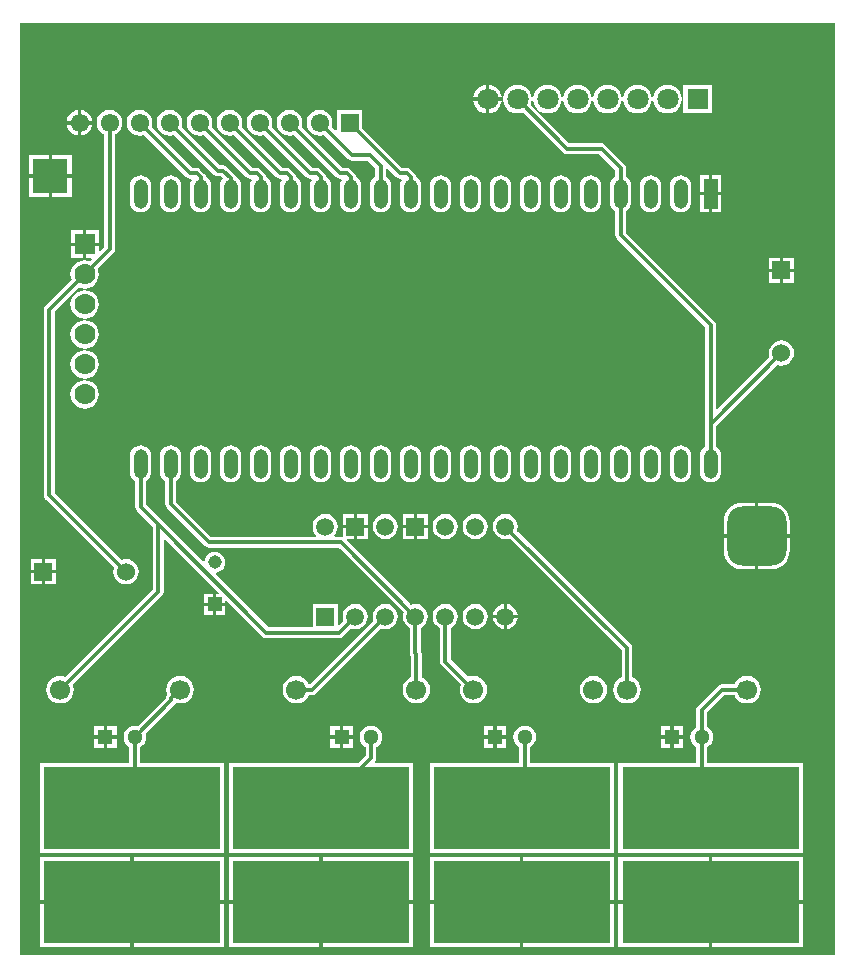
<source format=gtl>
G04 Layer_Physical_Order=1*
G04 Layer_Color=25308*
%FSLAX25Y25*%
%MOIN*%
G70*
G01*
G75*
%ADD10R,0.59055X0.27559*%
%ADD11C,0.01181*%
%ADD12R,0.11811X0.11811*%
G04:AMPARAMS|DCode=13|XSize=196.85mil|YSize=196.85mil|CornerRadius=49.21mil|HoleSize=0mil|Usage=FLASHONLY|Rotation=0.000|XOffset=0mil|YOffset=0mil|HoleType=Round|Shape=RoundedRectangle|*
%AMROUNDEDRECTD13*
21,1,0.19685,0.09843,0,0,0.0*
21,1,0.09843,0.19685,0,0,0.0*
1,1,0.09843,0.04921,-0.04921*
1,1,0.09843,-0.04921,-0.04921*
1,1,0.09843,-0.04921,0.04921*
1,1,0.09843,0.04921,0.04921*
%
%ADD13ROUNDEDRECTD13*%
%ADD14C,0.05118*%
%ADD15R,0.05118X0.05118*%
%ADD16C,0.07000*%
%ADD17R,0.07000X0.07000*%
%ADD18C,0.06693*%
%ADD19R,0.07087X0.07087*%
%ADD20C,0.07087*%
%ADD21C,0.06102*%
%ADD22R,0.06102X0.06102*%
%ADD23C,0.06000*%
%ADD24R,0.06000X0.06000*%
%ADD25R,0.04724X0.09843*%
%ADD26O,0.04724X0.09843*%
%ADD27R,0.05906X0.05906*%
%ADD28C,0.05906*%
%ADD29C,0.04500*%
%ADD30R,0.04500X0.04500*%
%ADD31R,0.06000X0.06000*%
G36*
X332932Y61263D02*
X61263D01*
Y371808D01*
X332932D01*
Y61263D01*
D02*
G37*
%LPC*%
G36*
X222323Y173386D02*
X218822D01*
X218886Y172897D01*
X219303Y171892D01*
X219965Y171028D01*
X220829Y170366D01*
X221834Y169949D01*
X222323Y169885D01*
Y173386D01*
D02*
G37*
G36*
X227005D02*
X223504D01*
Y169885D01*
X223992Y169949D01*
X224998Y170366D01*
X225862Y171028D01*
X226524Y171892D01*
X226941Y172897D01*
X227005Y173386D01*
D02*
G37*
G36*
X182913Y178146D02*
X181834Y178004D01*
X180829Y177587D01*
X179965Y176925D01*
X179303Y176061D01*
X178886Y175056D01*
X178744Y173976D01*
X178886Y172897D01*
X179001Y172619D01*
X157843Y151460D01*
X157338Y151516D01*
X157183Y151890D01*
X156457Y152836D01*
X155511Y153561D01*
X154410Y154017D01*
X153228Y154173D01*
X152046Y154017D01*
X150945Y153561D01*
X149999Y152836D01*
X149273Y151890D01*
X148817Y150788D01*
X148662Y149606D01*
X148817Y148424D01*
X149273Y147323D01*
X149999Y146377D01*
X150945Y145652D01*
X152046Y145195D01*
X153228Y145040D01*
X154410Y145195D01*
X155511Y145652D01*
X156457Y146377D01*
X157183Y147323D01*
X157381Y147800D01*
X158543D01*
X159235Y147938D01*
X159821Y148329D01*
X181556Y170064D01*
X181834Y169949D01*
X182913Y169807D01*
X183993Y169949D01*
X184998Y170366D01*
X185862Y171028D01*
X186524Y171892D01*
X186941Y172897D01*
X187083Y173976D01*
X186941Y175056D01*
X186524Y176061D01*
X185862Y176925D01*
X184998Y177587D01*
X183993Y178004D01*
X182913Y178146D01*
D02*
G37*
G36*
X212913D02*
X211834Y178004D01*
X210829Y177587D01*
X209965Y176925D01*
X209302Y176061D01*
X208886Y175056D01*
X208744Y173976D01*
X208886Y172897D01*
X209302Y171892D01*
X209965Y171028D01*
X210829Y170366D01*
X211834Y169949D01*
X212913Y169807D01*
X213993Y169949D01*
X214998Y170366D01*
X215862Y171028D01*
X216524Y171892D01*
X216941Y172897D01*
X217083Y173976D01*
X216941Y175056D01*
X216524Y176061D01*
X215862Y176925D01*
X214998Y177587D01*
X213993Y178004D01*
X212913Y178146D01*
D02*
G37*
G36*
X125394Y177449D02*
X122553D01*
Y174608D01*
X125394D01*
Y177449D01*
D02*
G37*
G36*
X129415D02*
X126575D01*
Y174608D01*
X129415D01*
Y177449D01*
D02*
G37*
G36*
X222323Y178068D02*
X221834Y178004D01*
X220829Y177587D01*
X219965Y176925D01*
X219303Y176061D01*
X218886Y175056D01*
X218822Y174567D01*
X222323D01*
Y178068D01*
D02*
G37*
G36*
X223504D02*
Y174567D01*
X227005D01*
X226941Y175056D01*
X226524Y176061D01*
X225862Y176925D01*
X224998Y177587D01*
X223992Y178004D01*
X223504Y178068D01*
D02*
G37*
G36*
X303465Y154173D02*
X302283Y154017D01*
X301181Y153561D01*
X300236Y152835D01*
X299510Y151890D01*
X299312Y151413D01*
X295000D01*
X294309Y151275D01*
X293723Y150883D01*
X287108Y144269D01*
X286717Y143683D01*
X286579Y142992D01*
Y137158D01*
X286500Y137125D01*
X285718Y136526D01*
X285119Y135744D01*
X284742Y134835D01*
X284613Y133858D01*
X284742Y132882D01*
X285119Y131972D01*
X285718Y131191D01*
X286500Y130591D01*
X286579Y130558D01*
Y125197D01*
X260630D01*
Y95276D01*
X322047D01*
Y125197D01*
X290192D01*
Y130558D01*
X290272Y130591D01*
X291053Y131191D01*
X291653Y131972D01*
X292030Y132882D01*
X292158Y133858D01*
X292030Y134835D01*
X291653Y135744D01*
X291053Y136526D01*
X290272Y137125D01*
X290192Y137158D01*
Y142244D01*
X295748Y147800D01*
X299312D01*
X299510Y147323D01*
X300236Y146377D01*
X301181Y145651D01*
X302283Y145195D01*
X303465Y145040D01*
X304646Y145195D01*
X305748Y145651D01*
X306694Y146377D01*
X307419Y147323D01*
X307876Y148424D01*
X308031Y149606D01*
X307876Y150788D01*
X307419Y151890D01*
X306694Y152835D01*
X305748Y153561D01*
X304646Y154017D01*
X303465Y154173D01*
D02*
G37*
G36*
X114488Y154173D02*
X113306Y154017D01*
X112205Y153561D01*
X111259Y152836D01*
X110533Y151890D01*
X110077Y150788D01*
X109922Y149606D01*
X110077Y148424D01*
X110281Y147933D01*
X109931Y147409D01*
X109813Y146816D01*
X100466Y137469D01*
X100386Y137502D01*
X99410Y137631D01*
X98433Y137502D01*
X97523Y137125D01*
X96742Y136526D01*
X96143Y135744D01*
X95766Y134835D01*
X95637Y133858D01*
X95766Y132882D01*
X96143Y131972D01*
X96742Y131191D01*
X97523Y130591D01*
X97603Y130558D01*
Y125197D01*
X67716D01*
Y95276D01*
X129134D01*
Y125197D01*
X101216D01*
Y130558D01*
X101296Y130591D01*
X102077Y131191D01*
X102677Y131972D01*
X103053Y132882D01*
X103182Y133858D01*
X103053Y134835D01*
X103020Y134914D01*
X112877Y144771D01*
X113192Y145243D01*
X113306Y145195D01*
X114488Y145040D01*
X115670Y145195D01*
X116771Y145652D01*
X117717Y146377D01*
X118443Y147323D01*
X118899Y148424D01*
X119055Y149606D01*
X118899Y150788D01*
X118443Y151890D01*
X117717Y152836D01*
X116771Y153561D01*
X115670Y154017D01*
X114488Y154173D01*
D02*
G37*
G36*
X282284Y137598D02*
X279134D01*
Y134449D01*
X282284D01*
Y137598D01*
D02*
G37*
G36*
X222913Y208146D02*
X221834Y208004D01*
X220829Y207587D01*
X219965Y206925D01*
X219303Y206061D01*
X218886Y205055D01*
X218744Y203976D01*
X218886Y202897D01*
X219303Y201892D01*
X219965Y201028D01*
X220829Y200365D01*
X221834Y199949D01*
X222913Y199807D01*
X223992Y199949D01*
X224271Y200064D01*
X261658Y162677D01*
Y153759D01*
X261181Y153561D01*
X260236Y152835D01*
X259510Y151890D01*
X259054Y150788D01*
X258898Y149606D01*
X259054Y148424D01*
X259510Y147323D01*
X260236Y146377D01*
X261181Y145651D01*
X262283Y145195D01*
X263465Y145040D01*
X264647Y145195D01*
X265748Y145651D01*
X266694Y146377D01*
X267419Y147323D01*
X267876Y148424D01*
X268031Y149606D01*
X267876Y150788D01*
X267419Y151890D01*
X266694Y152835D01*
X265748Y153561D01*
X265271Y153759D01*
Y163425D01*
X265134Y164117D01*
X264742Y164702D01*
X226825Y202619D01*
X226941Y202897D01*
X227083Y203976D01*
X226941Y205055D01*
X226524Y206061D01*
X225862Y206925D01*
X224998Y207587D01*
X223992Y208004D01*
X222913Y208146D01*
D02*
G37*
G36*
X252283Y154173D02*
X251101Y154017D01*
X250000Y153561D01*
X249054Y152836D01*
X248329Y151890D01*
X247872Y150788D01*
X247717Y149606D01*
X247872Y148424D01*
X248329Y147323D01*
X249054Y146377D01*
X250000Y145652D01*
X251101Y145195D01*
X252283Y145040D01*
X253465Y145195D01*
X254567Y145652D01*
X255512Y146377D01*
X256238Y147323D01*
X256694Y148424D01*
X256850Y149606D01*
X256694Y150788D01*
X256238Y151890D01*
X255512Y152836D01*
X254567Y153561D01*
X253465Y154017D01*
X252283Y154173D01*
D02*
G37*
G36*
X101339Y231094D02*
X100414Y230972D01*
X99552Y230615D01*
X98812Y230047D01*
X98243Y229307D01*
X97887Y228445D01*
X97765Y227520D01*
Y222401D01*
X97887Y221477D01*
X98243Y220615D01*
X98812Y219874D01*
X99532Y219321D01*
Y210561D01*
X99670Y209870D01*
X100061Y209284D01*
X105369Y203976D01*
Y183042D01*
X76147Y153820D01*
X75670Y154017D01*
X74488Y154173D01*
X73306Y154017D01*
X72205Y153561D01*
X71259Y152836D01*
X70533Y151890D01*
X70077Y150788D01*
X69922Y149606D01*
X70077Y148424D01*
X70533Y147323D01*
X71259Y146377D01*
X72205Y145652D01*
X73306Y145195D01*
X74488Y145040D01*
X75670Y145195D01*
X76771Y145652D01*
X77717Y146377D01*
X78443Y147323D01*
X78899Y148424D01*
X79055Y149606D01*
X78899Y150788D01*
X78702Y151265D01*
X108453Y181017D01*
X108844Y181603D01*
X108982Y182294D01*
Y199710D01*
X109444Y199901D01*
X127413Y181932D01*
X127222Y181471D01*
X126575D01*
Y178630D01*
X129415D01*
Y179277D01*
X129877Y179468D01*
X142023Y167323D01*
X142609Y166931D01*
X143300Y166794D01*
X167537D01*
X168228Y166931D01*
X168814Y167323D01*
X171556Y170064D01*
X171834Y169949D01*
X172913Y169807D01*
X173993Y169949D01*
X174998Y170366D01*
X175862Y171028D01*
X176524Y171892D01*
X176941Y172897D01*
X177083Y173976D01*
X176941Y175056D01*
X176524Y176061D01*
X175862Y176925D01*
X174998Y177587D01*
X173993Y178004D01*
X172913Y178146D01*
X171834Y178004D01*
X170829Y177587D01*
X169965Y176925D01*
X169302Y176061D01*
X168886Y175056D01*
X168744Y173976D01*
X168886Y172897D01*
X169001Y172619D01*
X167509Y171127D01*
X167047Y171318D01*
Y178110D01*
X158780D01*
Y170406D01*
X144048D01*
X126334Y188120D01*
X126513Y188648D01*
X126880Y188697D01*
X127715Y189042D01*
X128431Y189592D01*
X128981Y190309D01*
X129327Y191144D01*
X129445Y192039D01*
X129327Y192935D01*
X128981Y193770D01*
X128431Y194486D01*
X127715Y195036D01*
X126880Y195382D01*
X125984Y195500D01*
X125089Y195382D01*
X124254Y195036D01*
X123537Y194486D01*
X122987Y193770D01*
X122641Y192935D01*
X122593Y192569D01*
X122065Y192389D01*
X108453Y206002D01*
X103145Y211310D01*
Y219321D01*
X103866Y219874D01*
X104434Y220615D01*
X104791Y221477D01*
X104912Y222401D01*
Y227520D01*
X104791Y228445D01*
X104434Y229307D01*
X103866Y230047D01*
X103126Y230615D01*
X102264Y230972D01*
X101339Y231094D01*
D02*
G37*
G36*
X111339D02*
X110414Y230972D01*
X109552Y230615D01*
X108811Y230047D01*
X108244Y229307D01*
X107887Y228445D01*
X107765Y227520D01*
Y222401D01*
X107887Y221477D01*
X108244Y220615D01*
X108811Y219874D01*
X109532Y219321D01*
Y211496D01*
X109670Y210805D01*
X110061Y210219D01*
X122768Y197512D01*
X123354Y197121D01*
X124045Y196983D01*
X167352D01*
X189001Y175334D01*
X188886Y175056D01*
X188744Y173976D01*
X188886Y172897D01*
X189303Y171892D01*
X189965Y171028D01*
X190829Y170366D01*
X191107Y170250D01*
Y161915D01*
X191244Y161223D01*
X191422Y160958D01*
Y153759D01*
X190945Y153561D01*
X189999Y152836D01*
X189273Y151890D01*
X188817Y150788D01*
X188662Y149606D01*
X188817Y148424D01*
X189273Y147323D01*
X189999Y146377D01*
X190945Y145652D01*
X192046Y145195D01*
X193228Y145040D01*
X194410Y145195D01*
X195511Y145652D01*
X196457Y146377D01*
X197183Y147323D01*
X197639Y148424D01*
X197795Y149606D01*
X197639Y150788D01*
X197183Y151890D01*
X196457Y152836D01*
X195511Y153561D01*
X195035Y153759D01*
Y161600D01*
X194897Y162291D01*
X194720Y162557D01*
Y170250D01*
X194998Y170366D01*
X195862Y171028D01*
X196524Y171892D01*
X196941Y172897D01*
X197083Y173976D01*
X196941Y175056D01*
X196524Y176061D01*
X195862Y176925D01*
X194998Y177587D01*
X193993Y178004D01*
X192913Y178146D01*
X191834Y178004D01*
X191556Y177889D01*
X170064Y199381D01*
X170255Y199843D01*
X172323D01*
Y203386D01*
X168780D01*
Y200855D01*
X168393Y200538D01*
X168100Y200596D01*
X166037D01*
X165914Y201096D01*
X166524Y201892D01*
X166941Y202897D01*
X167083Y203976D01*
X166941Y205055D01*
X166524Y206061D01*
X165862Y206925D01*
X164998Y207587D01*
X163993Y208004D01*
X162913Y208146D01*
X161834Y208004D01*
X160829Y207587D01*
X159965Y206925D01*
X159302Y206061D01*
X158886Y205055D01*
X158744Y203976D01*
X158886Y202897D01*
X159302Y201892D01*
X159913Y201096D01*
X159789Y200596D01*
X124793D01*
X113145Y212244D01*
Y219321D01*
X113866Y219874D01*
X114434Y220615D01*
X114791Y221477D01*
X114912Y222401D01*
Y227520D01*
X114791Y228445D01*
X114434Y229307D01*
X113866Y230047D01*
X113126Y230615D01*
X112264Y230972D01*
X111339Y231094D01*
D02*
G37*
G36*
X202913Y178146D02*
X201834Y178004D01*
X200829Y177587D01*
X199965Y176925D01*
X199302Y176061D01*
X198886Y175056D01*
X198744Y173976D01*
X198886Y172897D01*
X199302Y171892D01*
X199965Y171028D01*
X200829Y170366D01*
X201107Y170250D01*
Y158976D01*
X201244Y158285D01*
X201636Y157699D01*
X208070Y151265D01*
X207872Y150788D01*
X207717Y149606D01*
X207872Y148424D01*
X208329Y147323D01*
X209054Y146377D01*
X210000Y145652D01*
X211102Y145195D01*
X212283Y145040D01*
X213465Y145195D01*
X214567Y145652D01*
X215512Y146377D01*
X216238Y147323D01*
X216694Y148424D01*
X216850Y149606D01*
X216694Y150788D01*
X216238Y151890D01*
X215512Y152836D01*
X214567Y153561D01*
X213465Y154017D01*
X212283Y154173D01*
X211102Y154017D01*
X210625Y153820D01*
X204720Y159725D01*
Y170250D01*
X204998Y170366D01*
X205862Y171028D01*
X206524Y171892D01*
X206941Y172897D01*
X207083Y173976D01*
X206941Y175056D01*
X206524Y176061D01*
X205862Y176925D01*
X204998Y177587D01*
X203993Y178004D01*
X202913Y178146D01*
D02*
G37*
G36*
X177047Y203386D02*
X173504D01*
Y199843D01*
X177047D01*
Y203386D01*
D02*
G37*
G36*
X192323D02*
X188779D01*
Y199843D01*
X192323D01*
Y203386D01*
D02*
G37*
G36*
X202913Y208146D02*
X201834Y208004D01*
X200829Y207587D01*
X199965Y206925D01*
X199302Y206061D01*
X198886Y205055D01*
X198744Y203976D01*
X198886Y202897D01*
X199302Y201892D01*
X199965Y201028D01*
X200829Y200365D01*
X201834Y199949D01*
X202913Y199807D01*
X203993Y199949D01*
X204998Y200365D01*
X205862Y201028D01*
X206524Y201892D01*
X206941Y202897D01*
X207083Y203976D01*
X206941Y205055D01*
X206524Y206061D01*
X205862Y206925D01*
X204998Y207587D01*
X203993Y208004D01*
X202913Y208146D01*
D02*
G37*
G36*
X212913D02*
X211834Y208004D01*
X210829Y207587D01*
X209965Y206925D01*
X209302Y206061D01*
X208886Y205055D01*
X208744Y203976D01*
X208886Y202897D01*
X209302Y201892D01*
X209965Y201028D01*
X210829Y200365D01*
X211834Y199949D01*
X212913Y199807D01*
X213993Y199949D01*
X214998Y200365D01*
X215862Y201028D01*
X216524Y201892D01*
X216941Y202897D01*
X217083Y203976D01*
X216941Y205055D01*
X216524Y206061D01*
X215862Y206925D01*
X214998Y207587D01*
X213993Y208004D01*
X212913Y208146D01*
D02*
G37*
G36*
X311614Y211841D02*
X307283D01*
Y201378D01*
X317746D01*
Y205709D01*
X317628Y206905D01*
X317279Y208055D01*
X316713Y209115D01*
X315950Y210045D01*
X315021Y210807D01*
X313961Y211374D01*
X312810Y211723D01*
X311614Y211841D01*
D02*
G37*
G36*
X172323Y208110D02*
X168780D01*
Y204567D01*
X172323D01*
Y208110D01*
D02*
G37*
G36*
X197047Y203386D02*
X193504D01*
Y199843D01*
X197047D01*
Y203386D01*
D02*
G37*
G36*
X306102Y211841D02*
X301772D01*
X300575Y211723D01*
X299425Y211374D01*
X298365Y210807D01*
X297436Y210045D01*
X296673Y209115D01*
X296107Y208055D01*
X295758Y206905D01*
X295640Y205709D01*
Y201378D01*
X306102D01*
Y211841D01*
D02*
G37*
G36*
X73079Y188386D02*
X69488D01*
Y184795D01*
X73079D01*
Y188386D01*
D02*
G37*
G36*
X68307Y193157D02*
X64717D01*
Y189567D01*
X68307D01*
Y193157D01*
D02*
G37*
G36*
X125394Y181471D02*
X122553D01*
Y178630D01*
X125394D01*
Y181471D01*
D02*
G37*
G36*
X68307Y188386D02*
X64717D01*
Y184795D01*
X68307D01*
Y188386D01*
D02*
G37*
G36*
X317746Y200197D02*
X307283D01*
Y189734D01*
X311614D01*
X312810Y189852D01*
X313961Y190201D01*
X315021Y190768D01*
X315950Y191530D01*
X316713Y192459D01*
X317279Y193520D01*
X317628Y194670D01*
X317746Y195866D01*
Y200197D01*
D02*
G37*
G36*
X182913Y208146D02*
X181834Y208004D01*
X180829Y207587D01*
X179965Y206925D01*
X179303Y206061D01*
X178886Y205055D01*
X178744Y203976D01*
X178886Y202897D01*
X179303Y201892D01*
X179965Y201028D01*
X180829Y200365D01*
X181834Y199949D01*
X182913Y199807D01*
X183993Y199949D01*
X184998Y200365D01*
X185862Y201028D01*
X186524Y201892D01*
X186941Y202897D01*
X187083Y203976D01*
X186941Y205055D01*
X186524Y206061D01*
X185862Y206925D01*
X184998Y207587D01*
X183993Y208004D01*
X182913Y208146D01*
D02*
G37*
G36*
X73079Y193157D02*
X69488D01*
Y189567D01*
X73079D01*
Y193157D01*
D02*
G37*
G36*
X306102Y200197D02*
X295640D01*
Y195866D01*
X295758Y194670D01*
X296107Y193520D01*
X296673Y192459D01*
X297436Y191530D01*
X298365Y190768D01*
X299425Y190201D01*
X300575Y189852D01*
X301772Y189734D01*
X306102D01*
Y200197D01*
D02*
G37*
G36*
X277953Y137598D02*
X274803D01*
Y134449D01*
X277953D01*
Y137598D01*
D02*
G37*
G36*
X160827Y93701D02*
X130709D01*
Y79331D01*
X160827D01*
Y93701D01*
D02*
G37*
G36*
X192126D02*
X162008D01*
Y79331D01*
X192126D01*
Y93701D01*
D02*
G37*
G36*
X97835D02*
X67716D01*
Y79331D01*
X97835D01*
Y93701D01*
D02*
G37*
G36*
X129134D02*
X99016D01*
Y79331D01*
X129134D01*
Y93701D01*
D02*
G37*
G36*
X290748D02*
X260630D01*
Y79331D01*
X290748D01*
Y93701D01*
D02*
G37*
G36*
X322047D02*
X291929D01*
Y79331D01*
X322047D01*
Y93701D01*
D02*
G37*
G36*
X227756D02*
X197638D01*
Y79331D01*
X227756D01*
Y93701D01*
D02*
G37*
G36*
X259055D02*
X228937D01*
Y79331D01*
X259055D01*
Y93701D01*
D02*
G37*
G36*
X160827Y78150D02*
X130709D01*
Y63780D01*
X160827D01*
Y78150D01*
D02*
G37*
G36*
X192126D02*
X162008D01*
Y63780D01*
X192126D01*
Y78150D01*
D02*
G37*
G36*
X97835D02*
X67716D01*
Y63780D01*
X97835D01*
Y78150D01*
D02*
G37*
G36*
X129134D02*
X99016D01*
Y63780D01*
X129134D01*
Y78150D01*
D02*
G37*
G36*
X290748D02*
X260630D01*
Y63780D01*
X290748D01*
Y78150D01*
D02*
G37*
G36*
X322047D02*
X291929D01*
Y63780D01*
X322047D01*
Y78150D01*
D02*
G37*
G36*
X227756D02*
X197638D01*
Y63780D01*
X227756D01*
Y78150D01*
D02*
G37*
G36*
X259055D02*
X228937D01*
Y63780D01*
X259055D01*
Y78150D01*
D02*
G37*
G36*
X88976Y137598D02*
X85827D01*
Y134449D01*
X88976D01*
Y137598D01*
D02*
G37*
G36*
X93307D02*
X90158D01*
Y134449D01*
X93307D01*
Y137598D01*
D02*
G37*
G36*
X277953Y133268D02*
X274803D01*
Y130118D01*
X277953D01*
Y133268D01*
D02*
G37*
G36*
X282284D02*
X279134D01*
Y130118D01*
X282284D01*
Y133268D01*
D02*
G37*
G36*
X218898Y137598D02*
X215748D01*
Y134449D01*
X218898D01*
Y137598D01*
D02*
G37*
G36*
X223228D02*
X220079D01*
Y134449D01*
X223228D01*
Y137598D01*
D02*
G37*
G36*
X167717D02*
X164567D01*
Y134449D01*
X167717D01*
Y137598D01*
D02*
G37*
G36*
X172047D02*
X168898D01*
Y134449D01*
X172047D01*
Y137598D01*
D02*
G37*
G36*
X88976Y133268D02*
X85827D01*
Y130118D01*
X88976D01*
Y133268D01*
D02*
G37*
G36*
X93307D02*
X90158D01*
Y130118D01*
X93307D01*
Y133268D01*
D02*
G37*
G36*
X178150Y137631D02*
X177173Y137502D01*
X176263Y137125D01*
X175482Y136526D01*
X174883Y135744D01*
X174506Y134835D01*
X174377Y133858D01*
X174506Y132882D01*
X174883Y131972D01*
X175482Y131191D01*
X176263Y130591D01*
X176343Y130558D01*
Y127717D01*
X173823Y125197D01*
X130709D01*
Y95276D01*
X192126D01*
Y125197D01*
X179586D01*
X179395Y125659D01*
X179427Y125691D01*
X179818Y126277D01*
X179956Y126968D01*
Y130558D01*
X180036Y130591D01*
X180817Y131191D01*
X181417Y131972D01*
X181793Y132882D01*
X181922Y133858D01*
X181793Y134835D01*
X181417Y135744D01*
X180817Y136526D01*
X180036Y137125D01*
X179126Y137502D01*
X178150Y137631D01*
D02*
G37*
G36*
X229331D02*
X228354Y137502D01*
X227444Y137125D01*
X226663Y136526D01*
X226064Y135744D01*
X225687Y134835D01*
X225558Y133858D01*
X225687Y132882D01*
X226064Y131972D01*
X226663Y131191D01*
X227444Y130591D01*
X227524Y130558D01*
Y125197D01*
X197638D01*
Y95276D01*
X259055D01*
Y125197D01*
X231137D01*
Y130558D01*
X231217Y130591D01*
X231998Y131191D01*
X232598Y131972D01*
X232975Y132882D01*
X233103Y133858D01*
X232975Y134835D01*
X232598Y135744D01*
X231998Y136526D01*
X231217Y137125D01*
X230307Y137502D01*
X229331Y137631D01*
D02*
G37*
G36*
X218898Y133268D02*
X215748D01*
Y130118D01*
X218898D01*
Y133268D01*
D02*
G37*
G36*
X223228D02*
X220079D01*
Y130118D01*
X223228D01*
Y133268D01*
D02*
G37*
G36*
X167717D02*
X164567D01*
Y130118D01*
X167717D01*
Y133268D01*
D02*
G37*
G36*
X172047D02*
X168898D01*
Y130118D01*
X172047D01*
Y133268D01*
D02*
G37*
G36*
X177047Y208110D02*
X173504D01*
Y204567D01*
X177047D01*
Y208110D01*
D02*
G37*
G36*
X231339Y321094D02*
X230414Y320972D01*
X229552Y320615D01*
X228812Y320047D01*
X228243Y319307D01*
X227887Y318445D01*
X227765Y317520D01*
Y312402D01*
X227887Y311476D01*
X228243Y310615D01*
X228812Y309874D01*
X229552Y309307D01*
X230414Y308949D01*
X231339Y308828D01*
X232264Y308949D01*
X233125Y309307D01*
X233866Y309874D01*
X234434Y310615D01*
X234791Y311476D01*
X234912Y312402D01*
Y317520D01*
X234791Y318445D01*
X234434Y319307D01*
X233866Y320047D01*
X233125Y320615D01*
X232264Y320972D01*
X231339Y321094D01*
D02*
G37*
G36*
X241339D02*
X240414Y320972D01*
X239552Y320615D01*
X238811Y320047D01*
X238244Y319307D01*
X237887Y318445D01*
X237765Y317520D01*
Y312402D01*
X237887Y311476D01*
X238244Y310615D01*
X238811Y309874D01*
X239552Y309307D01*
X240414Y308949D01*
X241339Y308828D01*
X242264Y308949D01*
X243126Y309307D01*
X243866Y309874D01*
X244434Y310615D01*
X244791Y311476D01*
X244913Y312402D01*
Y317520D01*
X244791Y318445D01*
X244434Y319307D01*
X243866Y320047D01*
X243126Y320615D01*
X242264Y320972D01*
X241339Y321094D01*
D02*
G37*
G36*
X211339D02*
X210414Y320972D01*
X209552Y320615D01*
X208811Y320047D01*
X208243Y319307D01*
X207887Y318445D01*
X207765Y317520D01*
Y312402D01*
X207887Y311476D01*
X208243Y310615D01*
X208811Y309874D01*
X209552Y309307D01*
X210414Y308949D01*
X211339Y308828D01*
X212264Y308949D01*
X213125Y309307D01*
X213866Y309874D01*
X214434Y310615D01*
X214791Y311476D01*
X214913Y312402D01*
Y317520D01*
X214791Y318445D01*
X214434Y319307D01*
X213866Y320047D01*
X213125Y320615D01*
X212264Y320972D01*
X211339Y321094D01*
D02*
G37*
G36*
X221339D02*
X220414Y320972D01*
X219552Y320615D01*
X218811Y320047D01*
X218244Y319307D01*
X217886Y318445D01*
X217765Y317520D01*
Y312402D01*
X217886Y311476D01*
X218244Y310615D01*
X218811Y309874D01*
X219552Y309307D01*
X220414Y308949D01*
X221339Y308828D01*
X222264Y308949D01*
X223126Y309307D01*
X223866Y309874D01*
X224434Y310615D01*
X224791Y311476D01*
X224913Y312402D01*
Y317520D01*
X224791Y318445D01*
X224434Y319307D01*
X223866Y320047D01*
X223126Y320615D01*
X222264Y320972D01*
X221339Y321094D01*
D02*
G37*
G36*
X281339D02*
X280414Y320972D01*
X279552Y320615D01*
X278812Y320047D01*
X278243Y319307D01*
X277887Y318445D01*
X277765Y317520D01*
Y312402D01*
X277887Y311476D01*
X278243Y310615D01*
X278812Y309874D01*
X279552Y309307D01*
X280414Y308949D01*
X281339Y308828D01*
X282264Y308949D01*
X283125Y309307D01*
X283866Y309874D01*
X284434Y310615D01*
X284791Y311476D01*
X284912Y312402D01*
Y317520D01*
X284791Y318445D01*
X284434Y319307D01*
X283866Y320047D01*
X283125Y320615D01*
X282264Y320972D01*
X281339Y321094D01*
D02*
G37*
G36*
X290748Y314370D02*
X287795D01*
Y308858D01*
X290748D01*
Y314370D01*
D02*
G37*
G36*
X251339Y321094D02*
X250414Y320972D01*
X249552Y320615D01*
X248812Y320047D01*
X248243Y319307D01*
X247886Y318445D01*
X247765Y317520D01*
Y312402D01*
X247886Y311476D01*
X248243Y310615D01*
X248812Y309874D01*
X249552Y309307D01*
X250414Y308949D01*
X251339Y308828D01*
X252264Y308949D01*
X253126Y309307D01*
X253866Y309874D01*
X254434Y310615D01*
X254791Y311476D01*
X254912Y312402D01*
Y317520D01*
X254791Y318445D01*
X254434Y319307D01*
X253866Y320047D01*
X253126Y320615D01*
X252264Y320972D01*
X251339Y321094D01*
D02*
G37*
G36*
X271339D02*
X270414Y320972D01*
X269552Y320615D01*
X268811Y320047D01*
X268244Y319307D01*
X267886Y318445D01*
X267765Y317520D01*
Y312402D01*
X267886Y311476D01*
X268244Y310615D01*
X268811Y309874D01*
X269552Y309307D01*
X270414Y308949D01*
X271339Y308828D01*
X272264Y308949D01*
X273126Y309307D01*
X273866Y309874D01*
X274434Y310615D01*
X274791Y311476D01*
X274913Y312402D01*
Y317520D01*
X274791Y318445D01*
X274434Y319307D01*
X273866Y320047D01*
X273126Y320615D01*
X272264Y320972D01*
X271339Y321094D01*
D02*
G37*
G36*
X120984Y342851D02*
X119879Y342706D01*
X118850Y342280D01*
X117966Y341601D01*
X117287Y340717D01*
X116861Y339687D01*
X116715Y338583D01*
X116861Y337478D01*
X117287Y336448D01*
X117966Y335564D01*
X118850Y334886D01*
X119879Y334459D01*
X120984Y334314D01*
X122089Y334459D01*
X122417Y334595D01*
X136523Y320490D01*
X137109Y320098D01*
X137800Y319960D01*
X138180D01*
X138401Y319512D01*
X138243Y319307D01*
X137887Y318445D01*
X137765Y317520D01*
Y312402D01*
X137887Y311476D01*
X138243Y310615D01*
X138812Y309874D01*
X139552Y309307D01*
X140414Y308949D01*
X141339Y308828D01*
X142264Y308949D01*
X143125Y309307D01*
X143866Y309874D01*
X144434Y310615D01*
X144791Y311476D01*
X144913Y312402D01*
Y317520D01*
X144791Y318445D01*
X144434Y319307D01*
X143866Y320047D01*
X143125Y320615D01*
X143106Y320623D01*
X143008Y321119D01*
X142616Y321706D01*
X141277Y323044D01*
X140691Y323436D01*
X140000Y323573D01*
X138548D01*
X124972Y337150D01*
X125108Y337478D01*
X125253Y338583D01*
X125108Y339687D01*
X124681Y340717D01*
X124003Y341601D01*
X123119Y342280D01*
X122089Y342706D01*
X120984Y342851D01*
D02*
G37*
G36*
X130984D02*
X129879Y342706D01*
X128850Y342280D01*
X127966Y341601D01*
X127287Y340717D01*
X126861Y339687D01*
X126715Y338583D01*
X126861Y337478D01*
X127287Y336448D01*
X127966Y335564D01*
X128850Y334886D01*
X129879Y334459D01*
X130984Y334314D01*
X132089Y334459D01*
X132417Y334595D01*
X146523Y320490D01*
X147109Y320098D01*
X147800Y319960D01*
X148180D01*
X148401Y319512D01*
X148243Y319307D01*
X147887Y318445D01*
X147765Y317520D01*
Y312402D01*
X147887Y311476D01*
X148243Y310615D01*
X148811Y309874D01*
X149552Y309307D01*
X150414Y308949D01*
X151339Y308828D01*
X152264Y308949D01*
X153126Y309307D01*
X153866Y309874D01*
X154434Y310615D01*
X154791Y311476D01*
X154912Y312402D01*
Y317520D01*
X154791Y318445D01*
X154434Y319307D01*
X153866Y320047D01*
X153126Y320615D01*
X153106Y320623D01*
X153007Y321119D01*
X152616Y321706D01*
X151277Y323044D01*
X150691Y323436D01*
X150000Y323573D01*
X148548D01*
X134972Y337150D01*
X135108Y337478D01*
X135253Y338583D01*
X135108Y339687D01*
X134681Y340717D01*
X134003Y341601D01*
X133119Y342280D01*
X132089Y342706D01*
X130984Y342851D01*
D02*
G37*
G36*
X100984D02*
X99879Y342706D01*
X98850Y342280D01*
X97966Y341601D01*
X97287Y340717D01*
X96861Y339687D01*
X96715Y338583D01*
X96861Y337478D01*
X97287Y336448D01*
X97966Y335564D01*
X98850Y334886D01*
X99879Y334459D01*
X100984Y334314D01*
X102089Y334459D01*
X102417Y334595D01*
X116589Y320423D01*
X117175Y320031D01*
X117867Y319894D01*
X118129D01*
X118350Y319445D01*
X118244Y319307D01*
X117886Y318445D01*
X117765Y317520D01*
Y312402D01*
X117886Y311476D01*
X118244Y310615D01*
X118812Y309874D01*
X119552Y309307D01*
X120414Y308949D01*
X121339Y308828D01*
X122264Y308949D01*
X123126Y309307D01*
X123866Y309874D01*
X124434Y310615D01*
X124791Y311476D01*
X124913Y312402D01*
Y317520D01*
X124791Y318445D01*
X124434Y319307D01*
X123866Y320047D01*
X123126Y320615D01*
X123092Y320629D01*
X123008Y321053D01*
X122616Y321639D01*
X121277Y322977D01*
X120691Y323369D01*
X120000Y323506D01*
X118615D01*
X104972Y337150D01*
X105107Y337478D01*
X105253Y338583D01*
X105107Y339687D01*
X104681Y340717D01*
X104003Y341601D01*
X103119Y342280D01*
X102089Y342706D01*
X100984Y342851D01*
D02*
G37*
G36*
X110984D02*
X109879Y342706D01*
X108850Y342280D01*
X107966Y341601D01*
X107287Y340717D01*
X106861Y339687D01*
X106715Y338583D01*
X106861Y337478D01*
X107287Y336448D01*
X107966Y335564D01*
X108850Y334886D01*
X109879Y334459D01*
X110984Y334314D01*
X112089Y334459D01*
X112417Y334595D01*
X125723Y321289D01*
X126309Y320898D01*
X127000Y320760D01*
X128024D01*
X128779Y320005D01*
X128244Y319307D01*
X127886Y318445D01*
X127765Y317520D01*
Y312402D01*
X127886Y311476D01*
X128244Y310615D01*
X128812Y309874D01*
X129552Y309307D01*
X130414Y308949D01*
X131339Y308828D01*
X132264Y308949D01*
X133125Y309307D01*
X133866Y309874D01*
X134434Y310615D01*
X134791Y311476D01*
X134913Y312402D01*
Y317520D01*
X134791Y318445D01*
X134434Y319307D01*
X133866Y320047D01*
X133125Y320615D01*
X133013Y320661D01*
X133008Y320691D01*
X132616Y321277D01*
X130049Y323844D01*
X129463Y324236D01*
X128772Y324373D01*
X127748D01*
X114972Y337150D01*
X115108Y337478D01*
X115253Y338583D01*
X115108Y339687D01*
X114681Y340717D01*
X114003Y341601D01*
X113119Y342280D01*
X112089Y342706D01*
X110984Y342851D01*
D02*
G37*
G36*
X160984D02*
X159879Y342706D01*
X158850Y342280D01*
X157966Y341601D01*
X157287Y340717D01*
X156861Y339687D01*
X156715Y338583D01*
X156861Y337478D01*
X157287Y336448D01*
X157966Y335564D01*
X158850Y334886D01*
X159879Y334459D01*
X160984Y334314D01*
X162089Y334459D01*
X162417Y334595D01*
X170589Y326423D01*
X171176Y326031D01*
X171867Y325894D01*
X177052D01*
X179532Y323413D01*
Y320600D01*
X178812Y320047D01*
X178244Y319307D01*
X177886Y318445D01*
X177765Y317520D01*
Y312402D01*
X177886Y311476D01*
X178244Y310615D01*
X178812Y309874D01*
X179552Y309307D01*
X180414Y308949D01*
X181339Y308828D01*
X182264Y308949D01*
X183125Y309307D01*
X183866Y309874D01*
X184434Y310615D01*
X184791Y311476D01*
X184913Y312402D01*
Y317520D01*
X184791Y318445D01*
X184434Y319307D01*
X183866Y320047D01*
X183145Y320600D01*
Y323214D01*
X183607Y323405D01*
X186523Y320490D01*
X187109Y320098D01*
X187800Y319960D01*
X188180D01*
X188401Y319512D01*
X188243Y319307D01*
X187887Y318445D01*
X187765Y317520D01*
Y312402D01*
X187887Y311476D01*
X188243Y310615D01*
X188812Y309874D01*
X189552Y309307D01*
X190414Y308949D01*
X191339Y308828D01*
X192264Y308949D01*
X193125Y309307D01*
X193866Y309874D01*
X194434Y310615D01*
X194791Y311476D01*
X194913Y312402D01*
Y317520D01*
X194791Y318445D01*
X194434Y319307D01*
X193866Y320047D01*
X193125Y320615D01*
X193106Y320623D01*
X193008Y321119D01*
X192616Y321706D01*
X191277Y323044D01*
X190691Y323436D01*
X190000Y323573D01*
X188548D01*
X175216Y336905D01*
Y342815D01*
X166752D01*
Y336023D01*
X166290Y335831D01*
X164972Y337150D01*
X165108Y337478D01*
X165253Y338583D01*
X165108Y339687D01*
X164681Y340717D01*
X164003Y341601D01*
X163119Y342280D01*
X162089Y342706D01*
X160984Y342851D01*
D02*
G37*
G36*
X201339Y321094D02*
X200414Y320972D01*
X199552Y320615D01*
X198811Y320047D01*
X198243Y319307D01*
X197887Y318445D01*
X197765Y317520D01*
Y312402D01*
X197887Y311476D01*
X198243Y310615D01*
X198811Y309874D01*
X199552Y309307D01*
X200414Y308949D01*
X201339Y308828D01*
X202264Y308949D01*
X203126Y309307D01*
X203866Y309874D01*
X204434Y310615D01*
X204791Y311476D01*
X204912Y312402D01*
Y317520D01*
X204791Y318445D01*
X204434Y319307D01*
X203866Y320047D01*
X203126Y320615D01*
X202264Y320972D01*
X201339Y321094D01*
D02*
G37*
G36*
X140984Y342851D02*
X139879Y342706D01*
X138850Y342280D01*
X137966Y341601D01*
X137287Y340717D01*
X136861Y339687D01*
X136715Y338583D01*
X136861Y337478D01*
X137287Y336448D01*
X137966Y335564D01*
X138850Y334886D01*
X139879Y334459D01*
X140984Y334314D01*
X142089Y334459D01*
X142417Y334595D01*
X156523Y320490D01*
X157109Y320098D01*
X157800Y319960D01*
X158180D01*
X158401Y319512D01*
X158244Y319307D01*
X157887Y318445D01*
X157765Y317520D01*
Y312402D01*
X157887Y311476D01*
X158244Y310615D01*
X158811Y309874D01*
X159552Y309307D01*
X160414Y308949D01*
X161339Y308828D01*
X162264Y308949D01*
X163126Y309307D01*
X163866Y309874D01*
X164434Y310615D01*
X164791Y311476D01*
X164912Y312402D01*
Y317520D01*
X164791Y318445D01*
X164434Y319307D01*
X163866Y320047D01*
X163126Y320615D01*
X163106Y320623D01*
X163007Y321119D01*
X162616Y321706D01*
X161277Y323044D01*
X160691Y323436D01*
X160000Y323573D01*
X158548D01*
X144972Y337150D01*
X145107Y337478D01*
X145253Y338583D01*
X145107Y339687D01*
X144681Y340717D01*
X144003Y341601D01*
X143119Y342280D01*
X142089Y342706D01*
X140984Y342851D01*
D02*
G37*
G36*
X150984D02*
X149879Y342706D01*
X148850Y342280D01*
X147966Y341601D01*
X147287Y340717D01*
X146861Y339687D01*
X146715Y338583D01*
X146861Y337478D01*
X147287Y336448D01*
X147966Y335564D01*
X148850Y334886D01*
X149879Y334459D01*
X150984Y334314D01*
X152089Y334459D01*
X152417Y334595D01*
X166523Y320490D01*
X167109Y320098D01*
X167800Y319960D01*
X168180D01*
X168401Y319512D01*
X168244Y319307D01*
X167886Y318445D01*
X167765Y317520D01*
Y312402D01*
X167886Y311476D01*
X168244Y310615D01*
X168812Y309874D01*
X169552Y309307D01*
X170414Y308949D01*
X171339Y308828D01*
X172264Y308949D01*
X173126Y309307D01*
X173866Y309874D01*
X174434Y310615D01*
X174791Y311476D01*
X174913Y312402D01*
Y317520D01*
X174791Y318445D01*
X174434Y319307D01*
X173866Y320047D01*
X173126Y320615D01*
X173106Y320623D01*
X173008Y321119D01*
X172616Y321706D01*
X171277Y323044D01*
X170691Y323436D01*
X170000Y323573D01*
X168548D01*
X154972Y337150D01*
X155107Y337478D01*
X155253Y338583D01*
X155107Y339687D01*
X154681Y340717D01*
X154003Y341601D01*
X153119Y342280D01*
X152089Y342706D01*
X150984Y342851D01*
D02*
G37*
G36*
X294882Y314370D02*
X291929D01*
Y308858D01*
X294882D01*
Y314370D01*
D02*
G37*
G36*
X291693Y351181D02*
X282244D01*
Y341732D01*
X291693D01*
Y351181D01*
D02*
G37*
G36*
X216378Y345866D02*
X212281D01*
X212366Y345223D01*
X212842Y344074D01*
X213599Y343087D01*
X214586Y342330D01*
X215735Y341854D01*
X216378Y341769D01*
Y345866D01*
D02*
G37*
G36*
X80394Y342774D02*
X79879Y342706D01*
X78850Y342280D01*
X77966Y341601D01*
X77287Y340717D01*
X76861Y339687D01*
X76793Y339173D01*
X80394D01*
Y342774D01*
D02*
G37*
G36*
X81575D02*
Y339173D01*
X85175D01*
X85107Y339687D01*
X84681Y340717D01*
X84003Y341601D01*
X83119Y342280D01*
X82089Y342706D01*
X81575Y342774D01*
D02*
G37*
G36*
X216378Y351144D02*
X215735Y351059D01*
X214586Y350583D01*
X213599Y349826D01*
X212842Y348839D01*
X212366Y347690D01*
X212281Y347047D01*
X216378D01*
Y351144D01*
D02*
G37*
G36*
X217559D02*
Y347047D01*
X221656D01*
X221571Y347690D01*
X221095Y348839D01*
X220338Y349826D01*
X219351Y350583D01*
X218202Y351059D01*
X217559Y351144D01*
D02*
G37*
G36*
X221656Y345866D02*
X217559D01*
Y341769D01*
X218202Y341854D01*
X219351Y342330D01*
X220338Y343087D01*
X221095Y344074D01*
X221571Y345223D01*
X221656Y345866D01*
D02*
G37*
G36*
X276969Y351222D02*
X275735Y351059D01*
X274586Y350583D01*
X273599Y349826D01*
X272842Y348839D01*
X272366Y347690D01*
X272250Y346813D01*
Y346813D01*
X272221Y346588D01*
X272218D01*
X272201D01*
X272172D01*
X271765D01*
X271736Y346588D01*
X271719Y346588D01*
X271716D01*
X271687Y346813D01*
Y346813D01*
X271571Y347690D01*
X271095Y348839D01*
X270338Y349826D01*
X269351Y350583D01*
X268202Y351059D01*
X266969Y351222D01*
X265735Y351059D01*
X264586Y350583D01*
X263599Y349826D01*
X262842Y348839D01*
X262366Y347690D01*
X262250Y346813D01*
Y346813D01*
X262221Y346588D01*
X262218D01*
X262201D01*
X262173D01*
X261765D01*
X261736Y346588D01*
X261719Y346588D01*
X261717D01*
X261687Y346813D01*
Y346813D01*
X261571Y347690D01*
X261095Y348839D01*
X260338Y349826D01*
X259351Y350583D01*
X258202Y351059D01*
X256969Y351222D01*
X255735Y351059D01*
X254586Y350583D01*
X253599Y349826D01*
X252842Y348839D01*
X252366Y347690D01*
X252250Y346813D01*
Y346813D01*
X252221Y346588D01*
X252218D01*
X252202D01*
X252172D01*
X251765D01*
X251736Y346588D01*
X251719Y346588D01*
X251716D01*
X251687Y346813D01*
Y346813D01*
X251571Y347690D01*
X251095Y348839D01*
X250338Y349826D01*
X249351Y350583D01*
X248202Y351059D01*
X246969Y351222D01*
X245735Y351059D01*
X244586Y350583D01*
X243599Y349826D01*
X242842Y348839D01*
X242366Y347690D01*
X242250Y346813D01*
Y346813D01*
X242221Y346588D01*
X242218D01*
X242201D01*
X242173D01*
X241765D01*
X241736Y346588D01*
X241719Y346588D01*
X241717D01*
X241687Y346813D01*
Y346813D01*
X241571Y347690D01*
X241095Y348839D01*
X240338Y349826D01*
X239351Y350583D01*
X238202Y351059D01*
X236969Y351222D01*
X235735Y351059D01*
X234586Y350583D01*
X233599Y349826D01*
X232842Y348839D01*
X232366Y347690D01*
X232250Y346813D01*
Y346813D01*
X232221Y346588D01*
X232218D01*
X232202D01*
X232172D01*
X231765D01*
X231736Y346588D01*
X231719Y346588D01*
X231716D01*
X231687Y346813D01*
Y346813D01*
X231571Y347690D01*
X231095Y348839D01*
X230338Y349826D01*
X229351Y350583D01*
X228202Y351059D01*
X226969Y351222D01*
X225735Y351059D01*
X224586Y350583D01*
X223599Y349826D01*
X222842Y348839D01*
X222366Y347690D01*
X222250Y346813D01*
Y346813D01*
X222221Y346588D01*
X222221D01*
X222203Y346457D01*
X222221Y346325D01*
X222221D01*
X222250Y346100D01*
Y346100D01*
X222366Y345223D01*
X222842Y344074D01*
X223599Y343087D01*
X224586Y342330D01*
X225735Y341854D01*
X226969Y341691D01*
X228202Y341854D01*
X228778Y342092D01*
X242248Y328623D01*
X242834Y328231D01*
X243525Y328094D01*
X254252D01*
X259532Y322813D01*
Y320600D01*
X258811Y320047D01*
X258243Y319307D01*
X257887Y318445D01*
X257765Y317520D01*
Y312402D01*
X257887Y311476D01*
X258243Y310615D01*
X258811Y309874D01*
X259532Y309321D01*
Y301200D01*
X259670Y300509D01*
X260061Y299923D01*
X289532Y270452D01*
Y238189D01*
Y230600D01*
X288811Y230047D01*
X288244Y229307D01*
X287887Y228445D01*
X287765Y227520D01*
Y222401D01*
X287887Y221477D01*
X288244Y220615D01*
X288811Y219874D01*
X289552Y219306D01*
X290414Y218949D01*
X291339Y218828D01*
X292264Y218949D01*
X293126Y219306D01*
X293866Y219874D01*
X294434Y220615D01*
X294791Y221477D01*
X294913Y222401D01*
Y227520D01*
X294791Y228445D01*
X294434Y229307D01*
X293866Y230047D01*
X293145Y230600D01*
Y237441D01*
X313567Y257863D01*
X313869Y257737D01*
X314961Y257594D01*
X316052Y257737D01*
X317069Y258159D01*
X317943Y258829D01*
X318613Y259702D01*
X319034Y260719D01*
X319178Y261811D01*
X319034Y262902D01*
X318613Y263920D01*
X317943Y264793D01*
X317069Y265463D01*
X316052Y265884D01*
X314961Y266028D01*
X313869Y265884D01*
X312852Y265463D01*
X311979Y264793D01*
X311308Y263920D01*
X310887Y262902D01*
X310743Y261811D01*
X310887Y260719D01*
X311012Y260417D01*
X293607Y243012D01*
X293145Y243203D01*
Y271200D01*
X293007Y271891D01*
X292616Y272477D01*
X263145Y301948D01*
Y309321D01*
X263866Y309874D01*
X264434Y310615D01*
X264791Y311476D01*
X264913Y312402D01*
Y317520D01*
X264791Y318445D01*
X264434Y319307D01*
X263866Y320047D01*
X263145Y320600D01*
Y323561D01*
X263007Y324253D01*
X262616Y324839D01*
X256277Y331177D01*
X255691Y331569D01*
X255000Y331706D01*
X244273D01*
X231333Y344647D01*
X231571Y345223D01*
X231687Y346100D01*
Y346100D01*
X231716Y346325D01*
X231719D01*
X231736D01*
X231765D01*
X232172D01*
X232202Y346325D01*
X232218Y346325D01*
X232221D01*
X232250Y346100D01*
Y346100D01*
X232366Y345223D01*
X232842Y344074D01*
X233599Y343087D01*
X234586Y342330D01*
X235735Y341854D01*
X236969Y341691D01*
X238202Y341854D01*
X239351Y342330D01*
X240338Y343087D01*
X241095Y344074D01*
X241571Y345223D01*
X241687Y346100D01*
Y346100D01*
X241717Y346325D01*
X241719D01*
X241736D01*
X241765D01*
X242173D01*
X242201Y346325D01*
X242218Y346325D01*
X242221D01*
X242250Y346100D01*
Y346100D01*
X242366Y345223D01*
X242842Y344074D01*
X243599Y343087D01*
X244586Y342330D01*
X245735Y341854D01*
X246969Y341691D01*
X248202Y341854D01*
X249351Y342330D01*
X250338Y343087D01*
X251095Y344074D01*
X251571Y345223D01*
X251687Y346100D01*
Y346100D01*
X251716Y346325D01*
X251719D01*
X251736D01*
X251765D01*
X252172D01*
X252202Y346325D01*
X252218Y346325D01*
X252221D01*
X252250Y346100D01*
Y346100D01*
X252366Y345223D01*
X252842Y344074D01*
X253599Y343087D01*
X254586Y342330D01*
X255735Y341854D01*
X256969Y341691D01*
X258202Y341854D01*
X259351Y342330D01*
X260338Y343087D01*
X261095Y344074D01*
X261571Y345223D01*
X261687Y346100D01*
Y346100D01*
X261717Y346325D01*
X261719D01*
X261736D01*
X261765D01*
X262173D01*
X262201Y346325D01*
X262218Y346325D01*
X262221D01*
X262250Y346100D01*
Y346100D01*
X262366Y345223D01*
X262842Y344074D01*
X263599Y343087D01*
X264586Y342330D01*
X265735Y341854D01*
X266969Y341691D01*
X268202Y341854D01*
X269351Y342330D01*
X270338Y343087D01*
X271095Y344074D01*
X271571Y345223D01*
X271687Y346100D01*
Y346100D01*
X271716Y346325D01*
X271719D01*
X271736D01*
X271765D01*
X272172D01*
X272201Y346325D01*
X272218Y346325D01*
X272221D01*
X272250Y346100D01*
Y346100D01*
X272366Y345223D01*
X272842Y344074D01*
X273599Y343087D01*
X274586Y342330D01*
X275735Y341854D01*
X276969Y341691D01*
X278202Y341854D01*
X279351Y342330D01*
X280338Y343087D01*
X281095Y344074D01*
X281571Y345223D01*
X281734Y346457D01*
X281571Y347690D01*
X281095Y348839D01*
X280338Y349826D01*
X279351Y350583D01*
X278202Y351059D01*
X276969Y351222D01*
D02*
G37*
G36*
X290748Y321063D02*
X287795D01*
Y315551D01*
X290748D01*
Y321063D01*
D02*
G37*
G36*
X294882D02*
X291929D01*
Y315551D01*
X294882D01*
Y321063D01*
D02*
G37*
G36*
X70669Y320276D02*
X64173D01*
Y313779D01*
X70669D01*
Y320276D01*
D02*
G37*
G36*
X78347D02*
X71850D01*
Y313779D01*
X78347D01*
Y320276D01*
D02*
G37*
G36*
X80394Y337992D02*
X76793D01*
X76861Y337478D01*
X77287Y336448D01*
X77966Y335564D01*
X78850Y334886D01*
X79879Y334459D01*
X80394Y334392D01*
Y337992D01*
D02*
G37*
G36*
X85175D02*
X81575D01*
Y334392D01*
X82089Y334459D01*
X83119Y334886D01*
X84003Y335564D01*
X84681Y336448D01*
X85107Y337478D01*
X85175Y337992D01*
D02*
G37*
G36*
X70669Y327953D02*
X64173D01*
Y321457D01*
X70669D01*
Y327953D01*
D02*
G37*
G36*
X78347D02*
X71850D01*
Y321457D01*
X78347D01*
Y327953D01*
D02*
G37*
G36*
X201339Y231094D02*
X200414Y230972D01*
X199552Y230615D01*
X198811Y230047D01*
X198243Y229307D01*
X197887Y228445D01*
X197765Y227520D01*
Y222401D01*
X197887Y221477D01*
X198243Y220615D01*
X198811Y219874D01*
X199552Y219306D01*
X200414Y218949D01*
X201339Y218828D01*
X202264Y218949D01*
X203126Y219306D01*
X203866Y219874D01*
X204434Y220615D01*
X204791Y221477D01*
X204912Y222401D01*
Y227520D01*
X204791Y228445D01*
X204434Y229307D01*
X203866Y230047D01*
X203126Y230615D01*
X202264Y230972D01*
X201339Y231094D01*
D02*
G37*
G36*
X211339D02*
X210414Y230972D01*
X209552Y230615D01*
X208811Y230047D01*
X208243Y229307D01*
X207887Y228445D01*
X207765Y227520D01*
Y222401D01*
X207887Y221477D01*
X208243Y220615D01*
X208811Y219874D01*
X209552Y219306D01*
X210414Y218949D01*
X211339Y218828D01*
X212264Y218949D01*
X213125Y219306D01*
X213866Y219874D01*
X214434Y220615D01*
X214791Y221477D01*
X214913Y222401D01*
Y227520D01*
X214791Y228445D01*
X214434Y229307D01*
X213866Y230047D01*
X213125Y230615D01*
X212264Y230972D01*
X211339Y231094D01*
D02*
G37*
G36*
X181339D02*
X180414Y230972D01*
X179552Y230615D01*
X178812Y230047D01*
X178244Y229307D01*
X177886Y228445D01*
X177765Y227520D01*
Y222401D01*
X177886Y221477D01*
X178244Y220615D01*
X178812Y219874D01*
X179552Y219306D01*
X180414Y218949D01*
X181339Y218828D01*
X182264Y218949D01*
X183125Y219306D01*
X183866Y219874D01*
X184434Y220615D01*
X184791Y221477D01*
X184913Y222401D01*
Y227520D01*
X184791Y228445D01*
X184434Y229307D01*
X183866Y230047D01*
X183125Y230615D01*
X182264Y230972D01*
X181339Y231094D01*
D02*
G37*
G36*
X191339D02*
X190414Y230972D01*
X189552Y230615D01*
X188812Y230047D01*
X188243Y229307D01*
X187887Y228445D01*
X187765Y227520D01*
Y222401D01*
X187887Y221477D01*
X188243Y220615D01*
X188812Y219874D01*
X189552Y219306D01*
X190414Y218949D01*
X191339Y218828D01*
X192264Y218949D01*
X193125Y219306D01*
X193866Y219874D01*
X194434Y220615D01*
X194791Y221477D01*
X194913Y222401D01*
Y227520D01*
X194791Y228445D01*
X194434Y229307D01*
X193866Y230047D01*
X193125Y230615D01*
X192264Y230972D01*
X191339Y231094D01*
D02*
G37*
G36*
X241339D02*
X240414Y230972D01*
X239552Y230615D01*
X238811Y230047D01*
X238244Y229307D01*
X237887Y228445D01*
X237765Y227520D01*
Y222401D01*
X237887Y221477D01*
X238244Y220615D01*
X238811Y219874D01*
X239552Y219306D01*
X240414Y218949D01*
X241339Y218828D01*
X242264Y218949D01*
X243126Y219306D01*
X243866Y219874D01*
X244434Y220615D01*
X244791Y221477D01*
X244913Y222401D01*
Y227520D01*
X244791Y228445D01*
X244434Y229307D01*
X243866Y230047D01*
X243126Y230615D01*
X242264Y230972D01*
X241339Y231094D01*
D02*
G37*
G36*
X251339D02*
X250414Y230972D01*
X249552Y230615D01*
X248812Y230047D01*
X248243Y229307D01*
X247886Y228445D01*
X247765Y227520D01*
Y222401D01*
X247886Y221477D01*
X248243Y220615D01*
X248812Y219874D01*
X249552Y219306D01*
X250414Y218949D01*
X251339Y218828D01*
X252264Y218949D01*
X253126Y219306D01*
X253866Y219874D01*
X254434Y220615D01*
X254791Y221477D01*
X254912Y222401D01*
Y227520D01*
X254791Y228445D01*
X254434Y229307D01*
X253866Y230047D01*
X253126Y230615D01*
X252264Y230972D01*
X251339Y231094D01*
D02*
G37*
G36*
X221339D02*
X220414Y230972D01*
X219552Y230615D01*
X218811Y230047D01*
X218244Y229307D01*
X217886Y228445D01*
X217765Y227520D01*
Y222401D01*
X217886Y221477D01*
X218244Y220615D01*
X218811Y219874D01*
X219552Y219306D01*
X220414Y218949D01*
X221339Y218828D01*
X222264Y218949D01*
X223126Y219306D01*
X223866Y219874D01*
X224434Y220615D01*
X224791Y221477D01*
X224913Y222401D01*
Y227520D01*
X224791Y228445D01*
X224434Y229307D01*
X223866Y230047D01*
X223126Y230615D01*
X222264Y230972D01*
X221339Y231094D01*
D02*
G37*
G36*
X231339D02*
X230414Y230972D01*
X229552Y230615D01*
X228812Y230047D01*
X228243Y229307D01*
X227887Y228445D01*
X227765Y227520D01*
Y222401D01*
X227887Y221477D01*
X228243Y220615D01*
X228812Y219874D01*
X229552Y219306D01*
X230414Y218949D01*
X231339Y218828D01*
X232264Y218949D01*
X233125Y219306D01*
X233866Y219874D01*
X234434Y220615D01*
X234791Y221477D01*
X234912Y222401D01*
Y227520D01*
X234791Y228445D01*
X234434Y229307D01*
X233866Y230047D01*
X233125Y230615D01*
X232264Y230972D01*
X231339Y231094D01*
D02*
G37*
G36*
X121339D02*
X120414Y230972D01*
X119552Y230615D01*
X118812Y230047D01*
X118244Y229307D01*
X117886Y228445D01*
X117765Y227520D01*
Y222401D01*
X117886Y221477D01*
X118244Y220615D01*
X118812Y219874D01*
X119552Y219306D01*
X120414Y218949D01*
X121339Y218828D01*
X122264Y218949D01*
X123126Y219306D01*
X123866Y219874D01*
X124434Y220615D01*
X124791Y221477D01*
X124913Y222401D01*
Y227520D01*
X124791Y228445D01*
X124434Y229307D01*
X123866Y230047D01*
X123126Y230615D01*
X122264Y230972D01*
X121339Y231094D01*
D02*
G37*
G36*
X131339D02*
X130414Y230972D01*
X129552Y230615D01*
X128812Y230047D01*
X128244Y229307D01*
X127886Y228445D01*
X127765Y227520D01*
Y222401D01*
X127886Y221477D01*
X128244Y220615D01*
X128812Y219874D01*
X129552Y219306D01*
X130414Y218949D01*
X131339Y218828D01*
X132264Y218949D01*
X133125Y219306D01*
X133866Y219874D01*
X134434Y220615D01*
X134791Y221477D01*
X134913Y222401D01*
Y227520D01*
X134791Y228445D01*
X134434Y229307D01*
X133866Y230047D01*
X133125Y230615D01*
X132264Y230972D01*
X131339Y231094D01*
D02*
G37*
G36*
X192323Y208110D02*
X188779D01*
Y204567D01*
X192323D01*
Y208110D01*
D02*
G37*
G36*
X197047D02*
X193504D01*
Y204567D01*
X197047D01*
Y208110D01*
D02*
G37*
G36*
X161339Y231094D02*
X160414Y230972D01*
X159552Y230615D01*
X158811Y230047D01*
X158244Y229307D01*
X157887Y228445D01*
X157765Y227520D01*
Y222401D01*
X157887Y221477D01*
X158244Y220615D01*
X158811Y219874D01*
X159552Y219306D01*
X160414Y218949D01*
X161339Y218828D01*
X162264Y218949D01*
X163126Y219306D01*
X163866Y219874D01*
X164434Y220615D01*
X164791Y221477D01*
X164912Y222401D01*
Y227520D01*
X164791Y228445D01*
X164434Y229307D01*
X163866Y230047D01*
X163126Y230615D01*
X162264Y230972D01*
X161339Y231094D01*
D02*
G37*
G36*
X171339D02*
X170414Y230972D01*
X169552Y230615D01*
X168812Y230047D01*
X168244Y229307D01*
X167886Y228445D01*
X167765Y227520D01*
Y222401D01*
X167886Y221477D01*
X168244Y220615D01*
X168812Y219874D01*
X169552Y219306D01*
X170414Y218949D01*
X171339Y218828D01*
X172264Y218949D01*
X173126Y219306D01*
X173866Y219874D01*
X174434Y220615D01*
X174791Y221477D01*
X174913Y222401D01*
Y227520D01*
X174791Y228445D01*
X174434Y229307D01*
X173866Y230047D01*
X173126Y230615D01*
X172264Y230972D01*
X171339Y231094D01*
D02*
G37*
G36*
X141339D02*
X140414Y230972D01*
X139552Y230615D01*
X138812Y230047D01*
X138243Y229307D01*
X137887Y228445D01*
X137765Y227520D01*
Y222401D01*
X137887Y221477D01*
X138243Y220615D01*
X138812Y219874D01*
X139552Y219306D01*
X140414Y218949D01*
X141339Y218828D01*
X142264Y218949D01*
X143125Y219306D01*
X143866Y219874D01*
X144434Y220615D01*
X144791Y221477D01*
X144913Y222401D01*
Y227520D01*
X144791Y228445D01*
X144434Y229307D01*
X143866Y230047D01*
X143125Y230615D01*
X142264Y230972D01*
X141339Y231094D01*
D02*
G37*
G36*
X151339D02*
X150414Y230972D01*
X149552Y230615D01*
X148811Y230047D01*
X148243Y229307D01*
X147887Y228445D01*
X147765Y227520D01*
Y222401D01*
X147887Y221477D01*
X148243Y220615D01*
X148811Y219874D01*
X149552Y219306D01*
X150414Y218949D01*
X151339Y218828D01*
X152264Y218949D01*
X153126Y219306D01*
X153866Y219874D01*
X154434Y220615D01*
X154791Y221477D01*
X154912Y222401D01*
Y227520D01*
X154791Y228445D01*
X154434Y229307D01*
X153866Y230047D01*
X153126Y230615D01*
X152264Y230972D01*
X151339Y231094D01*
D02*
G37*
G36*
X261339D02*
X260414Y230972D01*
X259552Y230615D01*
X258811Y230047D01*
X258243Y229307D01*
X257887Y228445D01*
X257765Y227520D01*
Y222401D01*
X257887Y221477D01*
X258243Y220615D01*
X258811Y219874D01*
X259552Y219306D01*
X260414Y218949D01*
X261339Y218828D01*
X262264Y218949D01*
X263125Y219306D01*
X263866Y219874D01*
X264434Y220615D01*
X264791Y221477D01*
X264913Y222401D01*
Y227520D01*
X264791Y228445D01*
X264434Y229307D01*
X263866Y230047D01*
X263125Y230615D01*
X262264Y230972D01*
X261339Y231094D01*
D02*
G37*
G36*
X82087Y297441D02*
X77996D01*
Y293351D01*
X82087D01*
Y297441D01*
D02*
G37*
G36*
X90984Y342851D02*
X89879Y342706D01*
X88850Y342280D01*
X87966Y341601D01*
X87287Y340717D01*
X86861Y339687D01*
X86715Y338583D01*
X86861Y337478D01*
X87287Y336448D01*
X87966Y335564D01*
X88850Y334886D01*
X89178Y334750D01*
Y297087D01*
X87820Y295729D01*
X87358Y295921D01*
Y297441D01*
X83268D01*
Y293351D01*
X84788D01*
X84980Y292889D01*
X84454Y292363D01*
X83899Y292592D01*
X82677Y292753D01*
X81455Y292592D01*
X80317Y292121D01*
X79339Y291370D01*
X78588Y290392D01*
X78117Y289254D01*
X77956Y288032D01*
X78117Y286810D01*
X78346Y286255D01*
X69589Y277498D01*
X69197Y276912D01*
X69060Y276220D01*
Y214567D01*
X69197Y213876D01*
X69589Y213290D01*
X92508Y190370D01*
X92383Y190068D01*
X92239Y188976D01*
X92383Y187885D01*
X92804Y186868D01*
X93475Y185994D01*
X94348Y185324D01*
X95365Y184903D01*
X96457Y184759D01*
X97548Y184903D01*
X98565Y185324D01*
X99439Y185994D01*
X100109Y186868D01*
X100530Y187885D01*
X100674Y188976D01*
X100530Y190068D01*
X100109Y191085D01*
X99439Y191958D01*
X98565Y192629D01*
X97548Y193050D01*
X96457Y193194D01*
X95365Y193050D01*
X95063Y192925D01*
X72672Y215315D01*
Y275472D01*
X80901Y283701D01*
X81455Y283471D01*
X82677Y283310D01*
X83899Y283471D01*
X85038Y283943D01*
X86016Y284693D01*
X86766Y285671D01*
X87238Y286810D01*
X87399Y288032D01*
X87238Y289254D01*
X87008Y289808D01*
X92261Y295061D01*
X92653Y295647D01*
X92791Y296339D01*
Y334750D01*
X93119Y334886D01*
X94003Y335564D01*
X94681Y336448D01*
X95108Y337478D01*
X95253Y338583D01*
X95108Y339687D01*
X94681Y340717D01*
X94003Y341601D01*
X93119Y342280D01*
X92089Y342706D01*
X90984Y342851D01*
D02*
G37*
G36*
X314370Y293551D02*
X310780D01*
Y289961D01*
X314370D01*
Y293551D01*
D02*
G37*
G36*
X319142D02*
X315551D01*
Y289961D01*
X319142D01*
Y293551D01*
D02*
G37*
G36*
X101339Y321094D02*
X100414Y320972D01*
X99552Y320615D01*
X98812Y320047D01*
X98243Y319307D01*
X97887Y318445D01*
X97765Y317520D01*
Y312402D01*
X97887Y311476D01*
X98243Y310615D01*
X98812Y309874D01*
X99552Y309307D01*
X100414Y308949D01*
X101339Y308828D01*
X102264Y308949D01*
X103126Y309307D01*
X103866Y309874D01*
X104434Y310615D01*
X104791Y311476D01*
X104912Y312402D01*
Y317520D01*
X104791Y318445D01*
X104434Y319307D01*
X103866Y320047D01*
X103126Y320615D01*
X102264Y320972D01*
X101339Y321094D01*
D02*
G37*
G36*
X111339D02*
X110414Y320972D01*
X109552Y320615D01*
X108811Y320047D01*
X108244Y319307D01*
X107887Y318445D01*
X107765Y317520D01*
Y312402D01*
X107887Y311476D01*
X108244Y310615D01*
X108811Y309874D01*
X109552Y309307D01*
X110414Y308949D01*
X111339Y308828D01*
X112264Y308949D01*
X113126Y309307D01*
X113866Y309874D01*
X114434Y310615D01*
X114791Y311476D01*
X114912Y312402D01*
Y317520D01*
X114791Y318445D01*
X114434Y319307D01*
X113866Y320047D01*
X113126Y320615D01*
X112264Y320972D01*
X111339Y321094D01*
D02*
G37*
G36*
X82087Y302713D02*
X77996D01*
Y298622D01*
X82087D01*
Y302713D01*
D02*
G37*
G36*
X87358D02*
X83268D01*
Y298622D01*
X87358D01*
Y302713D01*
D02*
G37*
G36*
X82677Y252753D02*
X81455Y252592D01*
X80317Y252120D01*
X79339Y251370D01*
X78588Y250392D01*
X78117Y249254D01*
X77956Y248032D01*
X78117Y246810D01*
X78588Y245671D01*
X79339Y244693D01*
X80317Y243943D01*
X81455Y243471D01*
X82677Y243310D01*
X83899Y243471D01*
X85038Y243943D01*
X86016Y244693D01*
X86766Y245671D01*
X87238Y246810D01*
X87399Y248032D01*
X87238Y249254D01*
X86766Y250392D01*
X86016Y251370D01*
X85038Y252120D01*
X83899Y252592D01*
X82677Y252753D01*
D02*
G37*
G36*
Y262753D02*
X81455Y262592D01*
X80317Y262121D01*
X79339Y261370D01*
X78588Y260392D01*
X78117Y259254D01*
X77956Y258032D01*
X78117Y256810D01*
X78588Y255671D01*
X79339Y254693D01*
X80317Y253943D01*
X81455Y253471D01*
X82677Y253310D01*
X83899Y253471D01*
X85038Y253943D01*
X86016Y254693D01*
X86766Y255671D01*
X87238Y256810D01*
X87399Y258032D01*
X87238Y259254D01*
X86766Y260392D01*
X86016Y261370D01*
X85038Y262121D01*
X83899Y262592D01*
X82677Y262753D01*
D02*
G37*
G36*
X271339Y231094D02*
X270414Y230972D01*
X269552Y230615D01*
X268811Y230047D01*
X268244Y229307D01*
X267886Y228445D01*
X267765Y227520D01*
Y222401D01*
X267886Y221477D01*
X268244Y220615D01*
X268811Y219874D01*
X269552Y219306D01*
X270414Y218949D01*
X271339Y218828D01*
X272264Y218949D01*
X273126Y219306D01*
X273866Y219874D01*
X274434Y220615D01*
X274791Y221477D01*
X274913Y222401D01*
Y227520D01*
X274791Y228445D01*
X274434Y229307D01*
X273866Y230047D01*
X273126Y230615D01*
X272264Y230972D01*
X271339Y231094D01*
D02*
G37*
G36*
X281339D02*
X280414Y230972D01*
X279552Y230615D01*
X278812Y230047D01*
X278243Y229307D01*
X277887Y228445D01*
X277765Y227520D01*
Y222401D01*
X277887Y221477D01*
X278243Y220615D01*
X278812Y219874D01*
X279552Y219306D01*
X280414Y218949D01*
X281339Y218828D01*
X282264Y218949D01*
X283125Y219306D01*
X283866Y219874D01*
X284434Y220615D01*
X284791Y221477D01*
X284912Y222401D01*
Y227520D01*
X284791Y228445D01*
X284434Y229307D01*
X283866Y230047D01*
X283125Y230615D01*
X282264Y230972D01*
X281339Y231094D01*
D02*
G37*
G36*
X314370Y288780D02*
X310780D01*
Y285189D01*
X314370D01*
Y288780D01*
D02*
G37*
G36*
X319142D02*
X315551D01*
Y285189D01*
X319142D01*
Y288780D01*
D02*
G37*
G36*
X82677Y272753D02*
X81455Y272592D01*
X80317Y272120D01*
X79339Y271370D01*
X78588Y270392D01*
X78117Y269254D01*
X77956Y268032D01*
X78117Y266810D01*
X78588Y265671D01*
X79339Y264693D01*
X80317Y263943D01*
X81455Y263471D01*
X82677Y263310D01*
X83899Y263471D01*
X85038Y263943D01*
X86016Y264693D01*
X86766Y265671D01*
X87238Y266810D01*
X87399Y268032D01*
X87238Y269254D01*
X86766Y270392D01*
X86016Y271370D01*
X85038Y272120D01*
X83899Y272592D01*
X82677Y272753D01*
D02*
G37*
G36*
Y282753D02*
X81455Y282592D01*
X80317Y282120D01*
X79339Y281370D01*
X78588Y280392D01*
X78117Y279254D01*
X77956Y278032D01*
X78117Y276810D01*
X78588Y275671D01*
X79339Y274693D01*
X80317Y273943D01*
X81455Y273471D01*
X82677Y273310D01*
X83899Y273471D01*
X85038Y273943D01*
X86016Y274693D01*
X86766Y275671D01*
X87238Y276810D01*
X87399Y278032D01*
X87238Y279254D01*
X86766Y280392D01*
X86016Y281370D01*
X85038Y282120D01*
X83899Y282592D01*
X82677Y282753D01*
D02*
G37*
%LPD*%
D10*
X161417Y78740D02*
D03*
Y110236D02*
D03*
X228346Y78740D02*
D03*
Y110236D02*
D03*
X98425Y78740D02*
D03*
Y110236D02*
D03*
X291339Y78740D02*
D03*
Y110236D02*
D03*
D11*
X107176Y204724D02*
X143300Y168600D01*
X101339Y210561D02*
X107176Y204724D01*
Y182294D02*
Y204724D01*
X74488Y149606D02*
X107176Y182294D01*
X124045Y198790D02*
X168100D01*
X111339Y211496D02*
X124045Y198790D01*
X111339Y211496D02*
Y224961D01*
X158543Y149606D02*
X182913Y173976D01*
X153228Y149606D02*
X158543D01*
X161417Y110236D02*
X178150Y126968D01*
Y133858D01*
X70866Y276220D02*
X82677Y288032D01*
X70866Y214567D02*
Y276220D01*
Y214567D02*
X96457Y188976D01*
X101339Y210561D02*
Y224961D01*
X143300Y168600D02*
X167537D01*
X172913Y173976D01*
X291339Y238189D02*
Y271200D01*
Y224961D02*
Y238189D01*
X288386Y113189D02*
Y133858D01*
Y113189D02*
X291339Y110236D01*
X202913Y158976D02*
Y173976D01*
Y158976D02*
X212283Y149606D01*
X229331Y111220D02*
Y133858D01*
X228346Y110236D02*
X229331Y111220D01*
X99410Y111221D02*
Y133858D01*
X98425Y110236D02*
X99410Y111221D01*
X261339Y301200D02*
Y314961D01*
Y301200D02*
X291339Y271200D01*
X82677Y288032D02*
X90984Y296339D01*
Y338583D01*
X261339Y314961D02*
Y323561D01*
X255000Y329900D02*
X261339Y323561D01*
X243525Y329900D02*
X255000D01*
X226969Y346457D02*
X243525Y329900D01*
X168100Y198790D02*
X192913Y173976D01*
X295000Y149606D02*
X303465D01*
X288386Y142992D02*
X295000Y149606D01*
X288386Y133858D02*
Y142992D01*
X111600Y146718D02*
X114488Y149606D01*
X111600Y146049D02*
Y146718D01*
X99410Y133858D02*
X111600Y146049D01*
X131339Y314961D02*
Y320000D01*
X128772Y322567D02*
X131339Y320000D01*
X127000Y322567D02*
X128772D01*
X110984Y338583D02*
X127000Y322567D01*
X121339Y314961D02*
Y320361D01*
X120000Y321700D02*
X121339Y320361D01*
X117867Y321700D02*
X120000D01*
X100984Y338583D02*
X117867Y321700D01*
X141339Y314961D02*
Y320428D01*
X140000Y321767D02*
X141339Y320428D01*
X137800Y321767D02*
X140000D01*
X120984Y338583D02*
X137800Y321767D01*
X151339Y314961D02*
Y320428D01*
X150000Y321767D02*
X151339Y320428D01*
X147800Y321767D02*
X150000D01*
X130984Y338583D02*
X147800Y321767D01*
X161339Y314961D02*
Y320428D01*
X160000Y321767D02*
X161339Y320428D01*
X157800Y321767D02*
X160000D01*
X140984Y338583D02*
X157800Y321767D01*
X171339Y314961D02*
Y320428D01*
X170000Y321767D02*
X171339Y320428D01*
X167800Y321767D02*
X170000D01*
X150984Y338583D02*
X167800Y321767D01*
X181339Y314961D02*
Y324161D01*
X177800Y327700D02*
X181339Y324161D01*
X171867Y327700D02*
X177800D01*
X160984Y338583D02*
X171867Y327700D01*
X191339Y314961D02*
Y320428D01*
X190000Y321767D02*
X191339Y320428D01*
X187800Y321767D02*
X190000D01*
X170984Y338583D02*
X187800Y321767D01*
X222913Y203976D02*
X263465Y163425D01*
Y149606D02*
Y163425D01*
X161400Y110236D02*
X161417D01*
X291339Y238189D02*
X314961Y261811D01*
X198260Y78740D02*
X228346D01*
X161417D02*
X191540D01*
X192913Y161915D02*
Y173976D01*
Y161915D02*
X193228Y161600D01*
Y149606D02*
Y161600D01*
X228346Y78740D02*
X291339D01*
X98425D02*
X161417D01*
D12*
X71260Y320866D02*
D03*
D13*
X306693Y200787D02*
D03*
D14*
X288386Y133858D02*
D03*
X229331D02*
D03*
X178150D02*
D03*
X99410D02*
D03*
D15*
X278543D02*
D03*
X219488D02*
D03*
X168307D02*
D03*
X89567D02*
D03*
D16*
X82677Y288032D02*
D03*
Y278032D02*
D03*
Y268032D02*
D03*
Y248032D02*
D03*
Y258032D02*
D03*
D17*
Y298032D02*
D03*
D18*
X153228Y149606D02*
D03*
X193228D02*
D03*
X114488D02*
D03*
X74488D02*
D03*
X212283D02*
D03*
X252283D02*
D03*
X303465Y149606D02*
D03*
X263465D02*
D03*
D19*
X286969Y346457D02*
D03*
D20*
X276969D02*
D03*
X266969D02*
D03*
X256969D02*
D03*
X246969D02*
D03*
X236969D02*
D03*
X226969D02*
D03*
X216969D02*
D03*
D21*
X80984Y338583D02*
D03*
X90984D02*
D03*
X100984D02*
D03*
X110984D02*
D03*
X120984D02*
D03*
X130984D02*
D03*
X140984D02*
D03*
X150984D02*
D03*
X160984D02*
D03*
D22*
X170984D02*
D03*
D23*
X314961Y261811D02*
D03*
X96457Y188976D02*
D03*
D24*
X314961Y289370D02*
D03*
D25*
X291339Y314961D02*
D03*
D26*
X281339D02*
D03*
X271339D02*
D03*
X261339D02*
D03*
X251339D02*
D03*
X241339D02*
D03*
X231339D02*
D03*
X221339D02*
D03*
X211339D02*
D03*
X201339D02*
D03*
X191339D02*
D03*
X181339D02*
D03*
X171339D02*
D03*
X161339D02*
D03*
X151339D02*
D03*
X141339D02*
D03*
X131339D02*
D03*
X121339D02*
D03*
X111339D02*
D03*
X101339D02*
D03*
X291339Y224961D02*
D03*
X281339D02*
D03*
X271339D02*
D03*
X261339D02*
D03*
X251339D02*
D03*
X241339D02*
D03*
X231339D02*
D03*
X221339D02*
D03*
X211339D02*
D03*
X201339D02*
D03*
X191339D02*
D03*
X181339D02*
D03*
X171339D02*
D03*
X161339D02*
D03*
X151339D02*
D03*
X141339D02*
D03*
X131339D02*
D03*
X121339D02*
D03*
X111339D02*
D03*
X101339D02*
D03*
D27*
X162913Y173976D02*
D03*
X172913Y203976D02*
D03*
X192913D02*
D03*
D28*
X172913Y173976D02*
D03*
X182913D02*
D03*
X192913D02*
D03*
X202913D02*
D03*
X212913D02*
D03*
X222913D02*
D03*
X162913Y203976D02*
D03*
X182913D02*
D03*
X202913D02*
D03*
X212913D02*
D03*
X222913D02*
D03*
D29*
X125984Y192039D02*
D03*
D30*
Y178039D02*
D03*
D31*
X68898Y188976D02*
D03*
M02*

</source>
